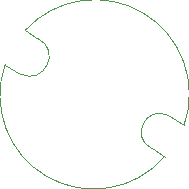
<source format=gbr>
%TF.GenerationSoftware,KiCad,Pcbnew,6.0.8-f2edbf62ab~116~ubuntu22.04.1*%
%TF.CreationDate,2022-11-11T11:19:36+01:00*%
%TF.ProjectId,16mm_led,31366d6d-5f6c-4656-942e-6b696361645f,rev?*%
%TF.SameCoordinates,Original*%
%TF.FileFunction,Profile,NP*%
%FSLAX46Y46*%
G04 Gerber Fmt 4.6, Leading zero omitted, Abs format (unit mm)*
G04 Created by KiCad (PCBNEW 6.0.8-f2edbf62ab~116~ubuntu22.04.1) date 2022-11-11 11:19:36*
%MOMM*%
%LPD*%
G01*
G04 APERTURE LIST*
%TA.AperFunction,Profile*%
%ADD10C,0.100000*%
%TD*%
G04 APERTURE END LIST*
D10*
X92399999Y-97500000D02*
G75*
G03*
X105900000Y-105300000I7500741J-2600641D01*
G01*
X107556916Y-102619731D02*
G75*
G03*
X94100001Y-94600001I-7556916J2619731D01*
G01*
X104800000Y-104599999D02*
X105900000Y-105300000D01*
X106200000Y-101800001D02*
X107556917Y-102619731D01*
X106200000Y-101800001D02*
G75*
G03*
X104800000Y-104599999I-700000J-1399999D01*
G01*
X93700000Y-98300000D02*
X92400000Y-97500000D01*
X95200000Y-95300000D02*
X94100000Y-94600000D01*
X93700000Y-98300000D02*
G75*
G03*
X95200000Y-95300000I750000J1500000D01*
G01*
M02*

</source>
